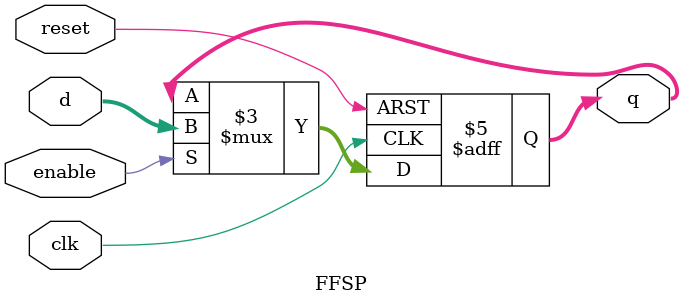
<source format=v>
module FFSP #(
parameter WIDTH = 32
)
(
input clk,
input reset, 
input [WIDTH-1:0] d,
input enable, 
output reg [WIDTH-1:0] q
);
always @ (negedge reset or posedge clk)
begin
	// Reset whenever the reset signal goes low, regardless of the clock
	// or the clock enable
	if (!reset)
	begin
		q <= 32'h10010100;
	end
	// If not resetting, and the clock signal is enabled on this register,
	// update the register output on the clock's rising edge
	else
	begin
		if (enable)
		begin
			q <= d;
		end
	end
end
endmodule 
</source>
